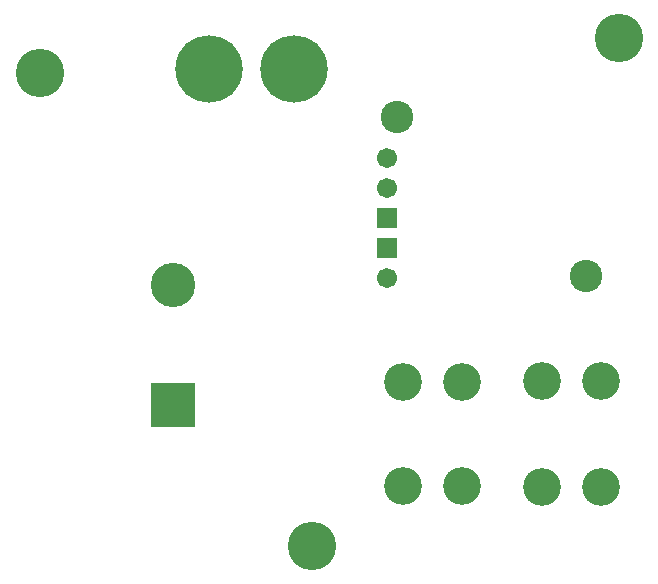
<source format=gts>
G04 Layer: TopSolderMaskLayer*
G04 EasyEDA v6.5.5, 2022-06-01 21:54:51*
G04 8c1e14e235494d98a3ccc41632180272,c96cdaf6a0e44fa3bb1e134f2b5c86cb,10*
G04 Gerber Generator version 0.2*
G04 Scale: 100 percent, Rotated: No, Reflected: No *
G04 Dimensions in millimeters *
G04 leading zeros omitted , absolute positions ,4 integer and 5 decimal *
%FSLAX45Y45*%
%MOMM*%

%ADD26C,3.2032*%
%ADD27C,1.7018*%
%ADD29C,2.7432*%
%ADD30C,5.7023*%
%ADD32C,3.7592*%
%ADD33C,4.1016*%

%LPD*%
D26*
G01*
X3674363Y-3314700D03*
G01*
X4174363Y-3314700D03*
G01*
X3674363Y-4191000D03*
G01*
X4174363Y-4191000D03*
D27*
G01*
X3536950Y-2432050D03*
G36*
X3462020Y-2263139D02*
G01*
X3458972Y-2262631D01*
X3455924Y-2261107D01*
X3453891Y-2259076D01*
X3452368Y-2256028D01*
X3451859Y-2252979D01*
X3451859Y-2103120D01*
X3452368Y-2100071D01*
X3453891Y-2097023D01*
X3455924Y-2094992D01*
X3458972Y-2093468D01*
X3462020Y-2092960D01*
X3611879Y-2092960D01*
X3614927Y-2093468D01*
X3617975Y-2094992D01*
X3620008Y-2097023D01*
X3621531Y-2100071D01*
X3622040Y-2103120D01*
X3622040Y-2252979D01*
X3621531Y-2256028D01*
X3620008Y-2259076D01*
X3617975Y-2261107D01*
X3614927Y-2262631D01*
X3611879Y-2263139D01*
G37*
G36*
X3462020Y-2009139D02*
G01*
X3458972Y-2008631D01*
X3455924Y-2007107D01*
X3453891Y-2005076D01*
X3452368Y-2002028D01*
X3451859Y-1998979D01*
X3451859Y-1849120D01*
X3452368Y-1846071D01*
X3453891Y-1843023D01*
X3455924Y-1840992D01*
X3458972Y-1839468D01*
X3462020Y-1838960D01*
X3611879Y-1838960D01*
X3614927Y-1839468D01*
X3617975Y-1840992D01*
X3620008Y-1843023D01*
X3621531Y-1846071D01*
X3622040Y-1849120D01*
X3622040Y-1998979D01*
X3621531Y-2002028D01*
X3620008Y-2005076D01*
X3617975Y-2007107D01*
X3614927Y-2008631D01*
X3611879Y-2009139D01*
G37*
G01*
X3536950Y-1670050D03*
G01*
X3536950Y-1416050D03*
D29*
G01*
X5226050Y-2419350D03*
G01*
X3625850Y-1073150D03*
D30*
G01*
X2027605Y-660400D03*
G01*
X2747594Y-660400D03*
G36*
X1549400Y-3693160D02*
G01*
X1546352Y-3692652D01*
X1543304Y-3691128D01*
X1541271Y-3689095D01*
X1539747Y-3686047D01*
X1539239Y-3683000D01*
X1539239Y-3327400D01*
X1539747Y-3324352D01*
X1541271Y-3321304D01*
X1543304Y-3319271D01*
X1546352Y-3317747D01*
X1549400Y-3317239D01*
X1905000Y-3317239D01*
X1908047Y-3317747D01*
X1911095Y-3319271D01*
X1913128Y-3321304D01*
X1914652Y-3324352D01*
X1915160Y-3327400D01*
X1915160Y-3683000D01*
X1914652Y-3686047D01*
X1913128Y-3689095D01*
X1911095Y-3691128D01*
X1908047Y-3692652D01*
X1905000Y-3693160D01*
G37*
D32*
G01*
X1727200Y-2489200D03*
D26*
G01*
X4850079Y-3299993D03*
G01*
X5350078Y-3299993D03*
G01*
X4850053Y-4199991D03*
G01*
X5350052Y-4199991D03*
D33*
G01*
X599998Y-699998D03*
G01*
X2899994Y-4699990D03*
G01*
X5499988Y-399999D03*
M02*

</source>
